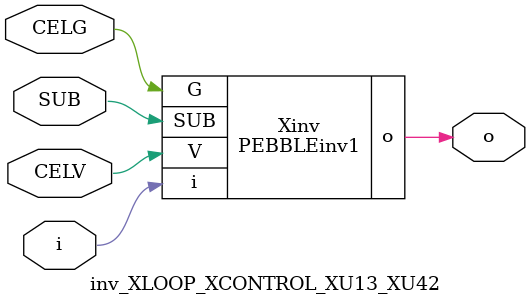
<source format=v>



module PEBBLEinv1 ( o, G, SUB, V, i );

  input V;
  input i;
  input G;
  output o;
  input SUB;
endmodule

//Celera Confidential Do Not Copy inv_XLOOP_XCONTROL_XU13_XU42
//Celera Confidential Symbol Generator
//5V Inverter
module inv_XLOOP_XCONTROL_XU13_XU42 (CELV,CELG,i,o,SUB);
input CELV;
input CELG;
input i;
input SUB;
output o;

//Celera Confidential Do Not Copy inv
PEBBLEinv1 Xinv(
.V (CELV),
.i (i),
.o (o),
.SUB (SUB),
.G (CELG)
);
//,diesize,PEBBLEinv1

//Celera Confidential Do Not Copy Module End
//Celera Schematic Generator
endmodule

</source>
